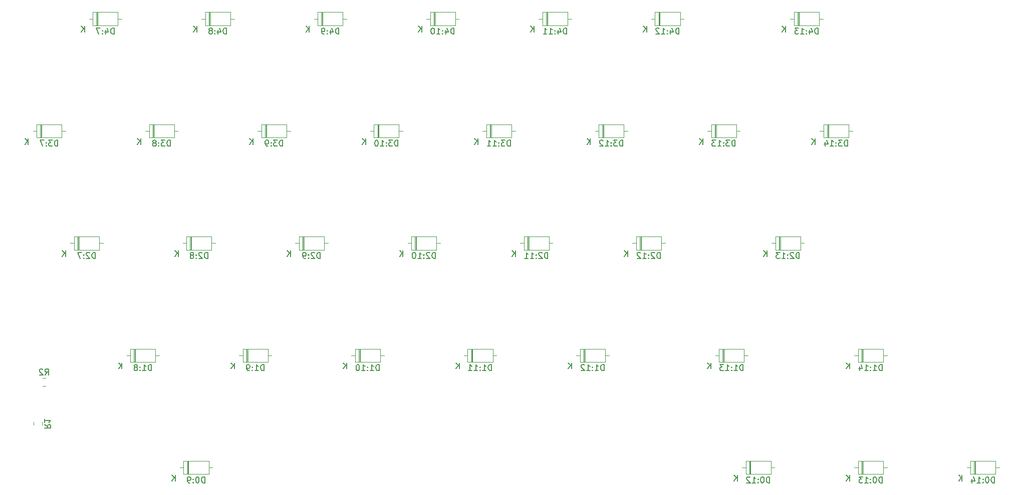
<source format=gbr>
G04 #@! TF.GenerationSoftware,KiCad,Pcbnew,(5.1.4-0-10_14)*
G04 #@! TF.CreationDate,2019-10-23T14:13:54-04:00*
G04 #@! TF.ProjectId,NomadRight,4e6f6d61-6452-4696-9768-742e6b696361,rev?*
G04 #@! TF.SameCoordinates,Original*
G04 #@! TF.FileFunction,Legend,Bot*
G04 #@! TF.FilePolarity,Positive*
%FSLAX46Y46*%
G04 Gerber Fmt 4.6, Leading zero omitted, Abs format (unit mm)*
G04 Created by KiCad (PCBNEW (5.1.4-0-10_14)) date 2019-10-23 14:13:54*
%MOMM*%
%LPD*%
G04 APERTURE LIST*
%ADD10C,0.120000*%
%ADD11C,0.150000*%
G04 APERTURE END LIST*
D10*
X40471252Y-103020000D02*
X39948748Y-103020000D01*
X40471252Y-101600000D02*
X39948748Y-101600000D01*
X38420000Y-109641252D02*
X38420000Y-109118748D01*
X39840000Y-109641252D02*
X39840000Y-109118748D01*
X167560000Y-41930000D02*
X167560000Y-39690000D01*
X167800000Y-41930000D02*
X167800000Y-39690000D01*
X167680000Y-41930000D02*
X167680000Y-39690000D01*
X171850000Y-40810000D02*
X171200000Y-40810000D01*
X166310000Y-40810000D02*
X166960000Y-40810000D01*
X171200000Y-41930000D02*
X166960000Y-41930000D01*
X171200000Y-39690000D02*
X171200000Y-41930000D01*
X166960000Y-39690000D02*
X171200000Y-39690000D01*
X166960000Y-41930000D02*
X166960000Y-39690000D01*
X144060000Y-41930000D02*
X144060000Y-39690000D01*
X144300000Y-41930000D02*
X144300000Y-39690000D01*
X144180000Y-41930000D02*
X144180000Y-39690000D01*
X148350000Y-40810000D02*
X147700000Y-40810000D01*
X142810000Y-40810000D02*
X143460000Y-40810000D01*
X147700000Y-41930000D02*
X143460000Y-41930000D01*
X147700000Y-39690000D02*
X147700000Y-41930000D01*
X143460000Y-39690000D02*
X147700000Y-39690000D01*
X143460000Y-41930000D02*
X143460000Y-39690000D01*
X125060000Y-41930000D02*
X125060000Y-39690000D01*
X125300000Y-41930000D02*
X125300000Y-39690000D01*
X125180000Y-41930000D02*
X125180000Y-39690000D01*
X129350000Y-40810000D02*
X128700000Y-40810000D01*
X123810000Y-40810000D02*
X124460000Y-40810000D01*
X128700000Y-41930000D02*
X124460000Y-41930000D01*
X128700000Y-39690000D02*
X128700000Y-41930000D01*
X124460000Y-39690000D02*
X128700000Y-39690000D01*
X124460000Y-41930000D02*
X124460000Y-39690000D01*
X106060000Y-41930000D02*
X106060000Y-39690000D01*
X106300000Y-41930000D02*
X106300000Y-39690000D01*
X106180000Y-41930000D02*
X106180000Y-39690000D01*
X110350000Y-40810000D02*
X109700000Y-40810000D01*
X104810000Y-40810000D02*
X105460000Y-40810000D01*
X109700000Y-41930000D02*
X105460000Y-41930000D01*
X109700000Y-39690000D02*
X109700000Y-41930000D01*
X105460000Y-39690000D02*
X109700000Y-39690000D01*
X105460000Y-41930000D02*
X105460000Y-39690000D01*
X87060000Y-41930000D02*
X87060000Y-39690000D01*
X87300000Y-41930000D02*
X87300000Y-39690000D01*
X87180000Y-41930000D02*
X87180000Y-39690000D01*
X91350000Y-40810000D02*
X90700000Y-40810000D01*
X85810000Y-40810000D02*
X86460000Y-40810000D01*
X90700000Y-41930000D02*
X86460000Y-41930000D01*
X90700000Y-39690000D02*
X90700000Y-41930000D01*
X86460000Y-39690000D02*
X90700000Y-39690000D01*
X86460000Y-41930000D02*
X86460000Y-39690000D01*
X68060000Y-41930000D02*
X68060000Y-39690000D01*
X68300000Y-41930000D02*
X68300000Y-39690000D01*
X68180000Y-41930000D02*
X68180000Y-39690000D01*
X72350000Y-40810000D02*
X71700000Y-40810000D01*
X66810000Y-40810000D02*
X67460000Y-40810000D01*
X71700000Y-41930000D02*
X67460000Y-41930000D01*
X71700000Y-39690000D02*
X71700000Y-41930000D01*
X67460000Y-39690000D02*
X71700000Y-39690000D01*
X67460000Y-41930000D02*
X67460000Y-39690000D01*
X49060000Y-41930000D02*
X49060000Y-39690000D01*
X49300000Y-41930000D02*
X49300000Y-39690000D01*
X49180000Y-41930000D02*
X49180000Y-39690000D01*
X53350000Y-40810000D02*
X52700000Y-40810000D01*
X47810000Y-40810000D02*
X48460000Y-40810000D01*
X52700000Y-41930000D02*
X48460000Y-41930000D01*
X52700000Y-39690000D02*
X52700000Y-41930000D01*
X48460000Y-39690000D02*
X52700000Y-39690000D01*
X48460000Y-41930000D02*
X48460000Y-39690000D01*
X172560000Y-60930000D02*
X172560000Y-58690000D01*
X172800000Y-60930000D02*
X172800000Y-58690000D01*
X172680000Y-60930000D02*
X172680000Y-58690000D01*
X176850000Y-59810000D02*
X176200000Y-59810000D01*
X171310000Y-59810000D02*
X171960000Y-59810000D01*
X176200000Y-60930000D02*
X171960000Y-60930000D01*
X176200000Y-58690000D02*
X176200000Y-60930000D01*
X171960000Y-58690000D02*
X176200000Y-58690000D01*
X171960000Y-60930000D02*
X171960000Y-58690000D01*
X153560000Y-60930000D02*
X153560000Y-58690000D01*
X153800000Y-60930000D02*
X153800000Y-58690000D01*
X153680000Y-60930000D02*
X153680000Y-58690000D01*
X157850000Y-59810000D02*
X157200000Y-59810000D01*
X152310000Y-59810000D02*
X152960000Y-59810000D01*
X157200000Y-60930000D02*
X152960000Y-60930000D01*
X157200000Y-58690000D02*
X157200000Y-60930000D01*
X152960000Y-58690000D02*
X157200000Y-58690000D01*
X152960000Y-60930000D02*
X152960000Y-58690000D01*
X134560000Y-60930000D02*
X134560000Y-58690000D01*
X134800000Y-60930000D02*
X134800000Y-58690000D01*
X134680000Y-60930000D02*
X134680000Y-58690000D01*
X138850000Y-59810000D02*
X138200000Y-59810000D01*
X133310000Y-59810000D02*
X133960000Y-59810000D01*
X138200000Y-60930000D02*
X133960000Y-60930000D01*
X138200000Y-58690000D02*
X138200000Y-60930000D01*
X133960000Y-58690000D02*
X138200000Y-58690000D01*
X133960000Y-60930000D02*
X133960000Y-58690000D01*
X115560000Y-60930000D02*
X115560000Y-58690000D01*
X115800000Y-60930000D02*
X115800000Y-58690000D01*
X115680000Y-60930000D02*
X115680000Y-58690000D01*
X119850000Y-59810000D02*
X119200000Y-59810000D01*
X114310000Y-59810000D02*
X114960000Y-59810000D01*
X119200000Y-60930000D02*
X114960000Y-60930000D01*
X119200000Y-58690000D02*
X119200000Y-60930000D01*
X114960000Y-58690000D02*
X119200000Y-58690000D01*
X114960000Y-60930000D02*
X114960000Y-58690000D01*
X96560000Y-60930000D02*
X96560000Y-58690000D01*
X96800000Y-60930000D02*
X96800000Y-58690000D01*
X96680000Y-60930000D02*
X96680000Y-58690000D01*
X100850000Y-59810000D02*
X100200000Y-59810000D01*
X95310000Y-59810000D02*
X95960000Y-59810000D01*
X100200000Y-60930000D02*
X95960000Y-60930000D01*
X100200000Y-58690000D02*
X100200000Y-60930000D01*
X95960000Y-58690000D02*
X100200000Y-58690000D01*
X95960000Y-60930000D02*
X95960000Y-58690000D01*
X77560000Y-60930000D02*
X77560000Y-58690000D01*
X77800000Y-60930000D02*
X77800000Y-58690000D01*
X77680000Y-60930000D02*
X77680000Y-58690000D01*
X81850000Y-59810000D02*
X81200000Y-59810000D01*
X76310000Y-59810000D02*
X76960000Y-59810000D01*
X81200000Y-60930000D02*
X76960000Y-60930000D01*
X81200000Y-58690000D02*
X81200000Y-60930000D01*
X76960000Y-58690000D02*
X81200000Y-58690000D01*
X76960000Y-60930000D02*
X76960000Y-58690000D01*
X58560000Y-60930000D02*
X58560000Y-58690000D01*
X58800000Y-60930000D02*
X58800000Y-58690000D01*
X58680000Y-60930000D02*
X58680000Y-58690000D01*
X62850000Y-59810000D02*
X62200000Y-59810000D01*
X57310000Y-59810000D02*
X57960000Y-59810000D01*
X62200000Y-60930000D02*
X57960000Y-60930000D01*
X62200000Y-58690000D02*
X62200000Y-60930000D01*
X57960000Y-58690000D02*
X62200000Y-58690000D01*
X57960000Y-60930000D02*
X57960000Y-58690000D01*
X39560000Y-60930000D02*
X39560000Y-58690000D01*
X39800000Y-60930000D02*
X39800000Y-58690000D01*
X39680000Y-60930000D02*
X39680000Y-58690000D01*
X43850000Y-59810000D02*
X43200000Y-59810000D01*
X38310000Y-59810000D02*
X38960000Y-59810000D01*
X43200000Y-60930000D02*
X38960000Y-60930000D01*
X43200000Y-58690000D02*
X43200000Y-60930000D01*
X38960000Y-58690000D02*
X43200000Y-58690000D01*
X38960000Y-60930000D02*
X38960000Y-58690000D01*
X164393333Y-79930000D02*
X164393333Y-77690000D01*
X164633333Y-79930000D02*
X164633333Y-77690000D01*
X164513333Y-79930000D02*
X164513333Y-77690000D01*
X168683333Y-78810000D02*
X168033333Y-78810000D01*
X163143333Y-78810000D02*
X163793333Y-78810000D01*
X168033333Y-79930000D02*
X163793333Y-79930000D01*
X168033333Y-77690000D02*
X168033333Y-79930000D01*
X163793333Y-77690000D02*
X168033333Y-77690000D01*
X163793333Y-79930000D02*
X163793333Y-77690000D01*
X140893333Y-79930000D02*
X140893333Y-77690000D01*
X141133333Y-79930000D02*
X141133333Y-77690000D01*
X141013333Y-79930000D02*
X141013333Y-77690000D01*
X145183333Y-78810000D02*
X144533333Y-78810000D01*
X139643333Y-78810000D02*
X140293333Y-78810000D01*
X144533333Y-79930000D02*
X140293333Y-79930000D01*
X144533333Y-77690000D02*
X144533333Y-79930000D01*
X140293333Y-77690000D02*
X144533333Y-77690000D01*
X140293333Y-79930000D02*
X140293333Y-77690000D01*
X121893333Y-79930000D02*
X121893333Y-77690000D01*
X122133333Y-79930000D02*
X122133333Y-77690000D01*
X122013333Y-79930000D02*
X122013333Y-77690000D01*
X126183333Y-78810000D02*
X125533333Y-78810000D01*
X120643333Y-78810000D02*
X121293333Y-78810000D01*
X125533333Y-79930000D02*
X121293333Y-79930000D01*
X125533333Y-77690000D02*
X125533333Y-79930000D01*
X121293333Y-77690000D02*
X125533333Y-77690000D01*
X121293333Y-79930000D02*
X121293333Y-77690000D01*
X102893333Y-79930000D02*
X102893333Y-77690000D01*
X103133333Y-79930000D02*
X103133333Y-77690000D01*
X103013333Y-79930000D02*
X103013333Y-77690000D01*
X107183333Y-78810000D02*
X106533333Y-78810000D01*
X101643333Y-78810000D02*
X102293333Y-78810000D01*
X106533333Y-79930000D02*
X102293333Y-79930000D01*
X106533333Y-77690000D02*
X106533333Y-79930000D01*
X102293333Y-77690000D02*
X106533333Y-77690000D01*
X102293333Y-79930000D02*
X102293333Y-77690000D01*
X83893333Y-79930000D02*
X83893333Y-77690000D01*
X84133333Y-79930000D02*
X84133333Y-77690000D01*
X84013333Y-79930000D02*
X84013333Y-77690000D01*
X88183333Y-78810000D02*
X87533333Y-78810000D01*
X82643333Y-78810000D02*
X83293333Y-78810000D01*
X87533333Y-79930000D02*
X83293333Y-79930000D01*
X87533333Y-77690000D02*
X87533333Y-79930000D01*
X83293333Y-77690000D02*
X87533333Y-77690000D01*
X83293333Y-79930000D02*
X83293333Y-77690000D01*
X64893333Y-79930000D02*
X64893333Y-77690000D01*
X65133333Y-79930000D02*
X65133333Y-77690000D01*
X65013333Y-79930000D02*
X65013333Y-77690000D01*
X69183333Y-78810000D02*
X68533333Y-78810000D01*
X63643333Y-78810000D02*
X64293333Y-78810000D01*
X68533333Y-79930000D02*
X64293333Y-79930000D01*
X68533333Y-77690000D02*
X68533333Y-79930000D01*
X64293333Y-77690000D02*
X68533333Y-77690000D01*
X64293333Y-79930000D02*
X64293333Y-77690000D01*
X45893333Y-79930000D02*
X45893333Y-77690000D01*
X46133333Y-79930000D02*
X46133333Y-77690000D01*
X46013333Y-79930000D02*
X46013333Y-77690000D01*
X50183333Y-78810000D02*
X49533333Y-78810000D01*
X44643333Y-78810000D02*
X45293333Y-78810000D01*
X49533333Y-79930000D02*
X45293333Y-79930000D01*
X49533333Y-77690000D02*
X49533333Y-79930000D01*
X45293333Y-77690000D02*
X49533333Y-77690000D01*
X45293333Y-79930000D02*
X45293333Y-77690000D01*
X178393333Y-98930000D02*
X178393333Y-96690000D01*
X178633333Y-98930000D02*
X178633333Y-96690000D01*
X178513333Y-98930000D02*
X178513333Y-96690000D01*
X182683333Y-97810000D02*
X182033333Y-97810000D01*
X177143333Y-97810000D02*
X177793333Y-97810000D01*
X182033333Y-98930000D02*
X177793333Y-98930000D01*
X182033333Y-96690000D02*
X182033333Y-98930000D01*
X177793333Y-96690000D02*
X182033333Y-96690000D01*
X177793333Y-98930000D02*
X177793333Y-96690000D01*
X154893333Y-98930000D02*
X154893333Y-96690000D01*
X155133333Y-98930000D02*
X155133333Y-96690000D01*
X155013333Y-98930000D02*
X155013333Y-96690000D01*
X159183333Y-97810000D02*
X158533333Y-97810000D01*
X153643333Y-97810000D02*
X154293333Y-97810000D01*
X158533333Y-98930000D02*
X154293333Y-98930000D01*
X158533333Y-96690000D02*
X158533333Y-98930000D01*
X154293333Y-96690000D02*
X158533333Y-96690000D01*
X154293333Y-98930000D02*
X154293333Y-96690000D01*
X131393333Y-98930000D02*
X131393333Y-96690000D01*
X131633333Y-98930000D02*
X131633333Y-96690000D01*
X131513333Y-98930000D02*
X131513333Y-96690000D01*
X135683333Y-97810000D02*
X135033333Y-97810000D01*
X130143333Y-97810000D02*
X130793333Y-97810000D01*
X135033333Y-98930000D02*
X130793333Y-98930000D01*
X135033333Y-96690000D02*
X135033333Y-98930000D01*
X130793333Y-96690000D02*
X135033333Y-96690000D01*
X130793333Y-98930000D02*
X130793333Y-96690000D01*
X112393333Y-98930000D02*
X112393333Y-96690000D01*
X112633333Y-98930000D02*
X112633333Y-96690000D01*
X112513333Y-98930000D02*
X112513333Y-96690000D01*
X116683333Y-97810000D02*
X116033333Y-97810000D01*
X111143333Y-97810000D02*
X111793333Y-97810000D01*
X116033333Y-98930000D02*
X111793333Y-98930000D01*
X116033333Y-96690000D02*
X116033333Y-98930000D01*
X111793333Y-96690000D02*
X116033333Y-96690000D01*
X111793333Y-98930000D02*
X111793333Y-96690000D01*
X93393333Y-98930000D02*
X93393333Y-96690000D01*
X93633333Y-98930000D02*
X93633333Y-96690000D01*
X93513333Y-98930000D02*
X93513333Y-96690000D01*
X97683333Y-97810000D02*
X97033333Y-97810000D01*
X92143333Y-97810000D02*
X92793333Y-97810000D01*
X97033333Y-98930000D02*
X92793333Y-98930000D01*
X97033333Y-96690000D02*
X97033333Y-98930000D01*
X92793333Y-96690000D02*
X97033333Y-96690000D01*
X92793333Y-98930000D02*
X92793333Y-96690000D01*
X74393333Y-98930000D02*
X74393333Y-96690000D01*
X74633333Y-98930000D02*
X74633333Y-96690000D01*
X74513333Y-98930000D02*
X74513333Y-96690000D01*
X78683333Y-97810000D02*
X78033333Y-97810000D01*
X73143333Y-97810000D02*
X73793333Y-97810000D01*
X78033333Y-98930000D02*
X73793333Y-98930000D01*
X78033333Y-96690000D02*
X78033333Y-98930000D01*
X73793333Y-96690000D02*
X78033333Y-96690000D01*
X73793333Y-98930000D02*
X73793333Y-96690000D01*
X55393333Y-98930000D02*
X55393333Y-96690000D01*
X55633333Y-98930000D02*
X55633333Y-96690000D01*
X55513333Y-98930000D02*
X55513333Y-96690000D01*
X59683333Y-97810000D02*
X59033333Y-97810000D01*
X54143333Y-97810000D02*
X54793333Y-97810000D01*
X59033333Y-98930000D02*
X54793333Y-98930000D01*
X59033333Y-96690000D02*
X59033333Y-98930000D01*
X54793333Y-96690000D02*
X59033333Y-96690000D01*
X54793333Y-98930000D02*
X54793333Y-96690000D01*
X197393333Y-117930000D02*
X197393333Y-115690000D01*
X197633333Y-117930000D02*
X197633333Y-115690000D01*
X197513333Y-117930000D02*
X197513333Y-115690000D01*
X201683333Y-116810000D02*
X201033333Y-116810000D01*
X196143333Y-116810000D02*
X196793333Y-116810000D01*
X201033333Y-117930000D02*
X196793333Y-117930000D01*
X201033333Y-115690000D02*
X201033333Y-117930000D01*
X196793333Y-115690000D02*
X201033333Y-115690000D01*
X196793333Y-117930000D02*
X196793333Y-115690000D01*
X178393333Y-117930000D02*
X178393333Y-115690000D01*
X178633333Y-117930000D02*
X178633333Y-115690000D01*
X178513333Y-117930000D02*
X178513333Y-115690000D01*
X182683333Y-116810000D02*
X182033333Y-116810000D01*
X177143333Y-116810000D02*
X177793333Y-116810000D01*
X182033333Y-117930000D02*
X177793333Y-117930000D01*
X182033333Y-115690000D02*
X182033333Y-117930000D01*
X177793333Y-115690000D02*
X182033333Y-115690000D01*
X177793333Y-117930000D02*
X177793333Y-115690000D01*
X159393333Y-117930000D02*
X159393333Y-115690000D01*
X159633333Y-117930000D02*
X159633333Y-115690000D01*
X159513333Y-117930000D02*
X159513333Y-115690000D01*
X163683333Y-116810000D02*
X163033333Y-116810000D01*
X158143333Y-116810000D02*
X158793333Y-116810000D01*
X163033333Y-117930000D02*
X158793333Y-117930000D01*
X163033333Y-115690000D02*
X163033333Y-117930000D01*
X158793333Y-115690000D02*
X163033333Y-115690000D01*
X158793333Y-117930000D02*
X158793333Y-115690000D01*
X64393333Y-117930000D02*
X64393333Y-115690000D01*
X64633333Y-117930000D02*
X64633333Y-115690000D01*
X64513333Y-117930000D02*
X64513333Y-115690000D01*
X68683333Y-116810000D02*
X68033333Y-116810000D01*
X63143333Y-116810000D02*
X63793333Y-116810000D01*
X68033333Y-117930000D02*
X63793333Y-117930000D01*
X68033333Y-115690000D02*
X68033333Y-117930000D01*
X63793333Y-115690000D02*
X68033333Y-115690000D01*
X63793333Y-117930000D02*
X63793333Y-115690000D01*
D11*
X40376666Y-101112380D02*
X40710000Y-100636190D01*
X40948095Y-101112380D02*
X40948095Y-100112380D01*
X40567142Y-100112380D01*
X40471904Y-100160000D01*
X40424285Y-100207619D01*
X40376666Y-100302857D01*
X40376666Y-100445714D01*
X40424285Y-100540952D01*
X40471904Y-100588571D01*
X40567142Y-100636190D01*
X40948095Y-100636190D01*
X39995714Y-100207619D02*
X39948095Y-100160000D01*
X39852857Y-100112380D01*
X39614761Y-100112380D01*
X39519523Y-100160000D01*
X39471904Y-100207619D01*
X39424285Y-100302857D01*
X39424285Y-100398095D01*
X39471904Y-100540952D01*
X40043333Y-101112380D01*
X39424285Y-101112380D01*
X40327619Y-109546666D02*
X40803809Y-109880000D01*
X40327619Y-110118095D02*
X41327619Y-110118095D01*
X41327619Y-109737142D01*
X41280000Y-109641904D01*
X41232380Y-109594285D01*
X41137142Y-109546666D01*
X40994285Y-109546666D01*
X40899047Y-109594285D01*
X40851428Y-109641904D01*
X40803809Y-109737142D01*
X40803809Y-110118095D01*
X40327619Y-108594285D02*
X40327619Y-109165714D01*
X40327619Y-108880000D02*
X41327619Y-108880000D01*
X41184761Y-108975238D01*
X41089523Y-109070476D01*
X41041904Y-109165714D01*
X171008571Y-43382380D02*
X171008571Y-42382380D01*
X170770476Y-42382380D01*
X170627619Y-42430000D01*
X170532380Y-42525238D01*
X170484761Y-42620476D01*
X170437142Y-42810952D01*
X170437142Y-42953809D01*
X170484761Y-43144285D01*
X170532380Y-43239523D01*
X170627619Y-43334761D01*
X170770476Y-43382380D01*
X171008571Y-43382380D01*
X169580000Y-42715714D02*
X169580000Y-43382380D01*
X169818095Y-42334761D02*
X170056190Y-43049047D01*
X169437142Y-43049047D01*
X169056190Y-43287142D02*
X169008571Y-43334761D01*
X169056190Y-43382380D01*
X169103809Y-43334761D01*
X169056190Y-43287142D01*
X169056190Y-43382380D01*
X169056190Y-42763333D02*
X169008571Y-42810952D01*
X169056190Y-42858571D01*
X169103809Y-42810952D01*
X169056190Y-42763333D01*
X169056190Y-42858571D01*
X168056190Y-43382380D02*
X168627619Y-43382380D01*
X168341904Y-43382380D02*
X168341904Y-42382380D01*
X168437142Y-42525238D01*
X168532380Y-42620476D01*
X168627619Y-42668095D01*
X167722857Y-42382380D02*
X167103809Y-42382380D01*
X167437142Y-42763333D01*
X167294285Y-42763333D01*
X167199047Y-42810952D01*
X167151428Y-42858571D01*
X167103809Y-42953809D01*
X167103809Y-43191904D01*
X167151428Y-43287142D01*
X167199047Y-43334761D01*
X167294285Y-43382380D01*
X167580000Y-43382380D01*
X167675238Y-43334761D01*
X167722857Y-43287142D01*
X165531904Y-43062380D02*
X165531904Y-42062380D01*
X164960476Y-43062380D02*
X165389047Y-42490952D01*
X164960476Y-42062380D02*
X165531904Y-42633809D01*
X147508571Y-43382380D02*
X147508571Y-42382380D01*
X147270476Y-42382380D01*
X147127619Y-42430000D01*
X147032380Y-42525238D01*
X146984761Y-42620476D01*
X146937142Y-42810952D01*
X146937142Y-42953809D01*
X146984761Y-43144285D01*
X147032380Y-43239523D01*
X147127619Y-43334761D01*
X147270476Y-43382380D01*
X147508571Y-43382380D01*
X146080000Y-42715714D02*
X146080000Y-43382380D01*
X146318095Y-42334761D02*
X146556190Y-43049047D01*
X145937142Y-43049047D01*
X145556190Y-43287142D02*
X145508571Y-43334761D01*
X145556190Y-43382380D01*
X145603809Y-43334761D01*
X145556190Y-43287142D01*
X145556190Y-43382380D01*
X145556190Y-42763333D02*
X145508571Y-42810952D01*
X145556190Y-42858571D01*
X145603809Y-42810952D01*
X145556190Y-42763333D01*
X145556190Y-42858571D01*
X144556190Y-43382380D02*
X145127619Y-43382380D01*
X144841904Y-43382380D02*
X144841904Y-42382380D01*
X144937142Y-42525238D01*
X145032380Y-42620476D01*
X145127619Y-42668095D01*
X144175238Y-42477619D02*
X144127619Y-42430000D01*
X144032380Y-42382380D01*
X143794285Y-42382380D01*
X143699047Y-42430000D01*
X143651428Y-42477619D01*
X143603809Y-42572857D01*
X143603809Y-42668095D01*
X143651428Y-42810952D01*
X144222857Y-43382380D01*
X143603809Y-43382380D01*
X142031904Y-43062380D02*
X142031904Y-42062380D01*
X141460476Y-43062380D02*
X141889047Y-42490952D01*
X141460476Y-42062380D02*
X142031904Y-42633809D01*
X128508571Y-43382380D02*
X128508571Y-42382380D01*
X128270476Y-42382380D01*
X128127619Y-42430000D01*
X128032380Y-42525238D01*
X127984761Y-42620476D01*
X127937142Y-42810952D01*
X127937142Y-42953809D01*
X127984761Y-43144285D01*
X128032380Y-43239523D01*
X128127619Y-43334761D01*
X128270476Y-43382380D01*
X128508571Y-43382380D01*
X127080000Y-42715714D02*
X127080000Y-43382380D01*
X127318095Y-42334761D02*
X127556190Y-43049047D01*
X126937142Y-43049047D01*
X126556190Y-43287142D02*
X126508571Y-43334761D01*
X126556190Y-43382380D01*
X126603809Y-43334761D01*
X126556190Y-43287142D01*
X126556190Y-43382380D01*
X126556190Y-42763333D02*
X126508571Y-42810952D01*
X126556190Y-42858571D01*
X126603809Y-42810952D01*
X126556190Y-42763333D01*
X126556190Y-42858571D01*
X125556190Y-43382380D02*
X126127619Y-43382380D01*
X125841904Y-43382380D02*
X125841904Y-42382380D01*
X125937142Y-42525238D01*
X126032380Y-42620476D01*
X126127619Y-42668095D01*
X124603809Y-43382380D02*
X125175238Y-43382380D01*
X124889523Y-43382380D02*
X124889523Y-42382380D01*
X124984761Y-42525238D01*
X125080000Y-42620476D01*
X125175238Y-42668095D01*
X123031904Y-43062380D02*
X123031904Y-42062380D01*
X122460476Y-43062380D02*
X122889047Y-42490952D01*
X122460476Y-42062380D02*
X123031904Y-42633809D01*
X109508571Y-43382380D02*
X109508571Y-42382380D01*
X109270476Y-42382380D01*
X109127619Y-42430000D01*
X109032380Y-42525238D01*
X108984761Y-42620476D01*
X108937142Y-42810952D01*
X108937142Y-42953809D01*
X108984761Y-43144285D01*
X109032380Y-43239523D01*
X109127619Y-43334761D01*
X109270476Y-43382380D01*
X109508571Y-43382380D01*
X108080000Y-42715714D02*
X108080000Y-43382380D01*
X108318095Y-42334761D02*
X108556190Y-43049047D01*
X107937142Y-43049047D01*
X107556190Y-43287142D02*
X107508571Y-43334761D01*
X107556190Y-43382380D01*
X107603809Y-43334761D01*
X107556190Y-43287142D01*
X107556190Y-43382380D01*
X107556190Y-42763333D02*
X107508571Y-42810952D01*
X107556190Y-42858571D01*
X107603809Y-42810952D01*
X107556190Y-42763333D01*
X107556190Y-42858571D01*
X106556190Y-43382380D02*
X107127619Y-43382380D01*
X106841904Y-43382380D02*
X106841904Y-42382380D01*
X106937142Y-42525238D01*
X107032380Y-42620476D01*
X107127619Y-42668095D01*
X105937142Y-42382380D02*
X105841904Y-42382380D01*
X105746666Y-42430000D01*
X105699047Y-42477619D01*
X105651428Y-42572857D01*
X105603809Y-42763333D01*
X105603809Y-43001428D01*
X105651428Y-43191904D01*
X105699047Y-43287142D01*
X105746666Y-43334761D01*
X105841904Y-43382380D01*
X105937142Y-43382380D01*
X106032380Y-43334761D01*
X106080000Y-43287142D01*
X106127619Y-43191904D01*
X106175238Y-43001428D01*
X106175238Y-42763333D01*
X106127619Y-42572857D01*
X106080000Y-42477619D01*
X106032380Y-42430000D01*
X105937142Y-42382380D01*
X104031904Y-43062380D02*
X104031904Y-42062380D01*
X103460476Y-43062380D02*
X103889047Y-42490952D01*
X103460476Y-42062380D02*
X104031904Y-42633809D01*
X90032380Y-43382380D02*
X90032380Y-42382380D01*
X89794285Y-42382380D01*
X89651428Y-42430000D01*
X89556190Y-42525238D01*
X89508571Y-42620476D01*
X89460952Y-42810952D01*
X89460952Y-42953809D01*
X89508571Y-43144285D01*
X89556190Y-43239523D01*
X89651428Y-43334761D01*
X89794285Y-43382380D01*
X90032380Y-43382380D01*
X88603809Y-42715714D02*
X88603809Y-43382380D01*
X88841904Y-42334761D02*
X89080000Y-43049047D01*
X88460952Y-43049047D01*
X88080000Y-43287142D02*
X88032380Y-43334761D01*
X88080000Y-43382380D01*
X88127619Y-43334761D01*
X88080000Y-43287142D01*
X88080000Y-43382380D01*
X88080000Y-42763333D02*
X88032380Y-42810952D01*
X88080000Y-42858571D01*
X88127619Y-42810952D01*
X88080000Y-42763333D01*
X88080000Y-42858571D01*
X87556190Y-43382380D02*
X87365714Y-43382380D01*
X87270476Y-43334761D01*
X87222857Y-43287142D01*
X87127619Y-43144285D01*
X87080000Y-42953809D01*
X87080000Y-42572857D01*
X87127619Y-42477619D01*
X87175238Y-42430000D01*
X87270476Y-42382380D01*
X87460952Y-42382380D01*
X87556190Y-42430000D01*
X87603809Y-42477619D01*
X87651428Y-42572857D01*
X87651428Y-42810952D01*
X87603809Y-42906190D01*
X87556190Y-42953809D01*
X87460952Y-43001428D01*
X87270476Y-43001428D01*
X87175238Y-42953809D01*
X87127619Y-42906190D01*
X87080000Y-42810952D01*
X85031904Y-43062380D02*
X85031904Y-42062380D01*
X84460476Y-43062380D02*
X84889047Y-42490952D01*
X84460476Y-42062380D02*
X85031904Y-42633809D01*
X71032380Y-43382380D02*
X71032380Y-42382380D01*
X70794285Y-42382380D01*
X70651428Y-42430000D01*
X70556190Y-42525238D01*
X70508571Y-42620476D01*
X70460952Y-42810952D01*
X70460952Y-42953809D01*
X70508571Y-43144285D01*
X70556190Y-43239523D01*
X70651428Y-43334761D01*
X70794285Y-43382380D01*
X71032380Y-43382380D01*
X69603809Y-42715714D02*
X69603809Y-43382380D01*
X69841904Y-42334761D02*
X70080000Y-43049047D01*
X69460952Y-43049047D01*
X69080000Y-43287142D02*
X69032380Y-43334761D01*
X69080000Y-43382380D01*
X69127619Y-43334761D01*
X69080000Y-43287142D01*
X69080000Y-43382380D01*
X69080000Y-42763333D02*
X69032380Y-42810952D01*
X69080000Y-42858571D01*
X69127619Y-42810952D01*
X69080000Y-42763333D01*
X69080000Y-42858571D01*
X68460952Y-42810952D02*
X68556190Y-42763333D01*
X68603809Y-42715714D01*
X68651428Y-42620476D01*
X68651428Y-42572857D01*
X68603809Y-42477619D01*
X68556190Y-42430000D01*
X68460952Y-42382380D01*
X68270476Y-42382380D01*
X68175238Y-42430000D01*
X68127619Y-42477619D01*
X68080000Y-42572857D01*
X68080000Y-42620476D01*
X68127619Y-42715714D01*
X68175238Y-42763333D01*
X68270476Y-42810952D01*
X68460952Y-42810952D01*
X68556190Y-42858571D01*
X68603809Y-42906190D01*
X68651428Y-43001428D01*
X68651428Y-43191904D01*
X68603809Y-43287142D01*
X68556190Y-43334761D01*
X68460952Y-43382380D01*
X68270476Y-43382380D01*
X68175238Y-43334761D01*
X68127619Y-43287142D01*
X68080000Y-43191904D01*
X68080000Y-43001428D01*
X68127619Y-42906190D01*
X68175238Y-42858571D01*
X68270476Y-42810952D01*
X66031904Y-43062380D02*
X66031904Y-42062380D01*
X65460476Y-43062380D02*
X65889047Y-42490952D01*
X65460476Y-42062380D02*
X66031904Y-42633809D01*
X52032380Y-43382380D02*
X52032380Y-42382380D01*
X51794285Y-42382380D01*
X51651428Y-42430000D01*
X51556190Y-42525238D01*
X51508571Y-42620476D01*
X51460952Y-42810952D01*
X51460952Y-42953809D01*
X51508571Y-43144285D01*
X51556190Y-43239523D01*
X51651428Y-43334761D01*
X51794285Y-43382380D01*
X52032380Y-43382380D01*
X50603809Y-42715714D02*
X50603809Y-43382380D01*
X50841904Y-42334761D02*
X51080000Y-43049047D01*
X50460952Y-43049047D01*
X50079999Y-43287142D02*
X50032380Y-43334761D01*
X50079999Y-43382380D01*
X50127619Y-43334761D01*
X50079999Y-43287142D01*
X50079999Y-43382380D01*
X50079999Y-42763333D02*
X50032380Y-42810952D01*
X50079999Y-42858571D01*
X50127619Y-42810952D01*
X50079999Y-42763333D01*
X50079999Y-42858571D01*
X49699047Y-42382380D02*
X49032380Y-42382380D01*
X49460952Y-43382380D01*
X47031904Y-43062380D02*
X47031904Y-42062380D01*
X46460476Y-43062380D02*
X46889047Y-42490952D01*
X46460476Y-42062380D02*
X47031904Y-42633809D01*
X176008571Y-62382380D02*
X176008571Y-61382380D01*
X175770476Y-61382380D01*
X175627619Y-61430000D01*
X175532380Y-61525238D01*
X175484761Y-61620476D01*
X175437142Y-61810952D01*
X175437142Y-61953809D01*
X175484761Y-62144285D01*
X175532380Y-62239523D01*
X175627619Y-62334761D01*
X175770476Y-62382380D01*
X176008571Y-62382380D01*
X175103809Y-61382380D02*
X174484761Y-61382380D01*
X174818095Y-61763333D01*
X174675238Y-61763333D01*
X174580000Y-61810952D01*
X174532380Y-61858571D01*
X174484761Y-61953809D01*
X174484761Y-62191904D01*
X174532380Y-62287142D01*
X174580000Y-62334761D01*
X174675238Y-62382380D01*
X174960952Y-62382380D01*
X175056190Y-62334761D01*
X175103809Y-62287142D01*
X174056190Y-62287142D02*
X174008571Y-62334761D01*
X174056190Y-62382380D01*
X174103809Y-62334761D01*
X174056190Y-62287142D01*
X174056190Y-62382380D01*
X174056190Y-61763333D02*
X174008571Y-61810952D01*
X174056190Y-61858571D01*
X174103809Y-61810952D01*
X174056190Y-61763333D01*
X174056190Y-61858571D01*
X173056190Y-62382380D02*
X173627619Y-62382380D01*
X173341904Y-62382380D02*
X173341904Y-61382380D01*
X173437142Y-61525238D01*
X173532380Y-61620476D01*
X173627619Y-61668095D01*
X172199047Y-61715714D02*
X172199047Y-62382380D01*
X172437142Y-61334761D02*
X172675238Y-62049047D01*
X172056190Y-62049047D01*
X170531904Y-62062380D02*
X170531904Y-61062380D01*
X169960476Y-62062380D02*
X170389047Y-61490952D01*
X169960476Y-61062380D02*
X170531904Y-61633809D01*
X157008571Y-62382380D02*
X157008571Y-61382380D01*
X156770476Y-61382380D01*
X156627619Y-61430000D01*
X156532380Y-61525238D01*
X156484761Y-61620476D01*
X156437142Y-61810952D01*
X156437142Y-61953809D01*
X156484761Y-62144285D01*
X156532380Y-62239523D01*
X156627619Y-62334761D01*
X156770476Y-62382380D01*
X157008571Y-62382380D01*
X156103809Y-61382380D02*
X155484761Y-61382380D01*
X155818095Y-61763333D01*
X155675238Y-61763333D01*
X155580000Y-61810952D01*
X155532380Y-61858571D01*
X155484761Y-61953809D01*
X155484761Y-62191904D01*
X155532380Y-62287142D01*
X155580000Y-62334761D01*
X155675238Y-62382380D01*
X155960952Y-62382380D01*
X156056190Y-62334761D01*
X156103809Y-62287142D01*
X155056190Y-62287142D02*
X155008571Y-62334761D01*
X155056190Y-62382380D01*
X155103809Y-62334761D01*
X155056190Y-62287142D01*
X155056190Y-62382380D01*
X155056190Y-61763333D02*
X155008571Y-61810952D01*
X155056190Y-61858571D01*
X155103809Y-61810952D01*
X155056190Y-61763333D01*
X155056190Y-61858571D01*
X154056190Y-62382380D02*
X154627619Y-62382380D01*
X154341904Y-62382380D02*
X154341904Y-61382380D01*
X154437142Y-61525238D01*
X154532380Y-61620476D01*
X154627619Y-61668095D01*
X153722857Y-61382380D02*
X153103809Y-61382380D01*
X153437142Y-61763333D01*
X153294285Y-61763333D01*
X153199047Y-61810952D01*
X153151428Y-61858571D01*
X153103809Y-61953809D01*
X153103809Y-62191904D01*
X153151428Y-62287142D01*
X153199047Y-62334761D01*
X153294285Y-62382380D01*
X153580000Y-62382380D01*
X153675238Y-62334761D01*
X153722857Y-62287142D01*
X151531904Y-62062380D02*
X151531904Y-61062380D01*
X150960476Y-62062380D02*
X151389047Y-61490952D01*
X150960476Y-61062380D02*
X151531904Y-61633809D01*
X138008571Y-62382380D02*
X138008571Y-61382380D01*
X137770476Y-61382380D01*
X137627619Y-61430000D01*
X137532380Y-61525238D01*
X137484761Y-61620476D01*
X137437142Y-61810952D01*
X137437142Y-61953809D01*
X137484761Y-62144285D01*
X137532380Y-62239523D01*
X137627619Y-62334761D01*
X137770476Y-62382380D01*
X138008571Y-62382380D01*
X137103809Y-61382380D02*
X136484761Y-61382380D01*
X136818095Y-61763333D01*
X136675238Y-61763333D01*
X136580000Y-61810952D01*
X136532380Y-61858571D01*
X136484761Y-61953809D01*
X136484761Y-62191904D01*
X136532380Y-62287142D01*
X136580000Y-62334761D01*
X136675238Y-62382380D01*
X136960952Y-62382380D01*
X137056190Y-62334761D01*
X137103809Y-62287142D01*
X136056190Y-62287142D02*
X136008571Y-62334761D01*
X136056190Y-62382380D01*
X136103809Y-62334761D01*
X136056190Y-62287142D01*
X136056190Y-62382380D01*
X136056190Y-61763333D02*
X136008571Y-61810952D01*
X136056190Y-61858571D01*
X136103809Y-61810952D01*
X136056190Y-61763333D01*
X136056190Y-61858571D01*
X135056190Y-62382380D02*
X135627619Y-62382380D01*
X135341904Y-62382380D02*
X135341904Y-61382380D01*
X135437142Y-61525238D01*
X135532380Y-61620476D01*
X135627619Y-61668095D01*
X134675238Y-61477619D02*
X134627619Y-61430000D01*
X134532380Y-61382380D01*
X134294285Y-61382380D01*
X134199047Y-61430000D01*
X134151428Y-61477619D01*
X134103809Y-61572857D01*
X134103809Y-61668095D01*
X134151428Y-61810952D01*
X134722857Y-62382380D01*
X134103809Y-62382380D01*
X132531904Y-62062380D02*
X132531904Y-61062380D01*
X131960476Y-62062380D02*
X132389047Y-61490952D01*
X131960476Y-61062380D02*
X132531904Y-61633809D01*
X119008571Y-62382380D02*
X119008571Y-61382380D01*
X118770476Y-61382380D01*
X118627619Y-61430000D01*
X118532380Y-61525238D01*
X118484761Y-61620476D01*
X118437142Y-61810952D01*
X118437142Y-61953809D01*
X118484761Y-62144285D01*
X118532380Y-62239523D01*
X118627619Y-62334761D01*
X118770476Y-62382380D01*
X119008571Y-62382380D01*
X118103809Y-61382380D02*
X117484761Y-61382380D01*
X117818095Y-61763333D01*
X117675238Y-61763333D01*
X117580000Y-61810952D01*
X117532380Y-61858571D01*
X117484761Y-61953809D01*
X117484761Y-62191904D01*
X117532380Y-62287142D01*
X117580000Y-62334761D01*
X117675238Y-62382380D01*
X117960952Y-62382380D01*
X118056190Y-62334761D01*
X118103809Y-62287142D01*
X117056190Y-62287142D02*
X117008571Y-62334761D01*
X117056190Y-62382380D01*
X117103809Y-62334761D01*
X117056190Y-62287142D01*
X117056190Y-62382380D01*
X117056190Y-61763333D02*
X117008571Y-61810952D01*
X117056190Y-61858571D01*
X117103809Y-61810952D01*
X117056190Y-61763333D01*
X117056190Y-61858571D01*
X116056190Y-62382380D02*
X116627619Y-62382380D01*
X116341904Y-62382380D02*
X116341904Y-61382380D01*
X116437142Y-61525238D01*
X116532380Y-61620476D01*
X116627619Y-61668095D01*
X115103809Y-62382380D02*
X115675238Y-62382380D01*
X115389523Y-62382380D02*
X115389523Y-61382380D01*
X115484761Y-61525238D01*
X115580000Y-61620476D01*
X115675238Y-61668095D01*
X113531904Y-62062380D02*
X113531904Y-61062380D01*
X112960476Y-62062380D02*
X113389047Y-61490952D01*
X112960476Y-61062380D02*
X113531904Y-61633809D01*
X100008571Y-62382380D02*
X100008571Y-61382380D01*
X99770476Y-61382380D01*
X99627619Y-61430000D01*
X99532380Y-61525238D01*
X99484761Y-61620476D01*
X99437142Y-61810952D01*
X99437142Y-61953809D01*
X99484761Y-62144285D01*
X99532380Y-62239523D01*
X99627619Y-62334761D01*
X99770476Y-62382380D01*
X100008571Y-62382380D01*
X99103809Y-61382380D02*
X98484761Y-61382380D01*
X98818095Y-61763333D01*
X98675238Y-61763333D01*
X98580000Y-61810952D01*
X98532380Y-61858571D01*
X98484761Y-61953809D01*
X98484761Y-62191904D01*
X98532380Y-62287142D01*
X98580000Y-62334761D01*
X98675238Y-62382380D01*
X98960952Y-62382380D01*
X99056190Y-62334761D01*
X99103809Y-62287142D01*
X98056190Y-62287142D02*
X98008571Y-62334761D01*
X98056190Y-62382380D01*
X98103809Y-62334761D01*
X98056190Y-62287142D01*
X98056190Y-62382380D01*
X98056190Y-61763333D02*
X98008571Y-61810952D01*
X98056190Y-61858571D01*
X98103809Y-61810952D01*
X98056190Y-61763333D01*
X98056190Y-61858571D01*
X97056190Y-62382380D02*
X97627619Y-62382380D01*
X97341904Y-62382380D02*
X97341904Y-61382380D01*
X97437142Y-61525238D01*
X97532380Y-61620476D01*
X97627619Y-61668095D01*
X96437142Y-61382380D02*
X96341904Y-61382380D01*
X96246666Y-61430000D01*
X96199047Y-61477619D01*
X96151428Y-61572857D01*
X96103809Y-61763333D01*
X96103809Y-62001428D01*
X96151428Y-62191904D01*
X96199047Y-62287142D01*
X96246666Y-62334761D01*
X96341904Y-62382380D01*
X96437142Y-62382380D01*
X96532380Y-62334761D01*
X96580000Y-62287142D01*
X96627619Y-62191904D01*
X96675238Y-62001428D01*
X96675238Y-61763333D01*
X96627619Y-61572857D01*
X96580000Y-61477619D01*
X96532380Y-61430000D01*
X96437142Y-61382380D01*
X94531904Y-62062380D02*
X94531904Y-61062380D01*
X93960476Y-62062380D02*
X94389047Y-61490952D01*
X93960476Y-61062380D02*
X94531904Y-61633809D01*
X80532380Y-62382380D02*
X80532380Y-61382380D01*
X80294285Y-61382380D01*
X80151428Y-61430000D01*
X80056190Y-61525238D01*
X80008571Y-61620476D01*
X79960952Y-61810952D01*
X79960952Y-61953809D01*
X80008571Y-62144285D01*
X80056190Y-62239523D01*
X80151428Y-62334761D01*
X80294285Y-62382380D01*
X80532380Y-62382380D01*
X79627619Y-61382380D02*
X79008571Y-61382380D01*
X79341904Y-61763333D01*
X79199047Y-61763333D01*
X79103809Y-61810952D01*
X79056190Y-61858571D01*
X79008571Y-61953809D01*
X79008571Y-62191904D01*
X79056190Y-62287142D01*
X79103809Y-62334761D01*
X79199047Y-62382380D01*
X79484761Y-62382380D01*
X79580000Y-62334761D01*
X79627619Y-62287142D01*
X78580000Y-62287142D02*
X78532380Y-62334761D01*
X78580000Y-62382380D01*
X78627619Y-62334761D01*
X78580000Y-62287142D01*
X78580000Y-62382380D01*
X78580000Y-61763333D02*
X78532380Y-61810952D01*
X78580000Y-61858571D01*
X78627619Y-61810952D01*
X78580000Y-61763333D01*
X78580000Y-61858571D01*
X78056190Y-62382380D02*
X77865714Y-62382380D01*
X77770476Y-62334761D01*
X77722857Y-62287142D01*
X77627619Y-62144285D01*
X77580000Y-61953809D01*
X77580000Y-61572857D01*
X77627619Y-61477619D01*
X77675238Y-61430000D01*
X77770476Y-61382380D01*
X77960952Y-61382380D01*
X78056190Y-61430000D01*
X78103809Y-61477619D01*
X78151428Y-61572857D01*
X78151428Y-61810952D01*
X78103809Y-61906190D01*
X78056190Y-61953809D01*
X77960952Y-62001428D01*
X77770476Y-62001428D01*
X77675238Y-61953809D01*
X77627619Y-61906190D01*
X77580000Y-61810952D01*
X75531904Y-62062380D02*
X75531904Y-61062380D01*
X74960476Y-62062380D02*
X75389047Y-61490952D01*
X74960476Y-61062380D02*
X75531904Y-61633809D01*
X61532380Y-62382380D02*
X61532380Y-61382380D01*
X61294285Y-61382380D01*
X61151428Y-61430000D01*
X61056190Y-61525238D01*
X61008571Y-61620476D01*
X60960952Y-61810952D01*
X60960952Y-61953809D01*
X61008571Y-62144285D01*
X61056190Y-62239523D01*
X61151428Y-62334761D01*
X61294285Y-62382380D01*
X61532380Y-62382380D01*
X60627619Y-61382380D02*
X60008571Y-61382380D01*
X60341904Y-61763333D01*
X60199047Y-61763333D01*
X60103809Y-61810952D01*
X60056190Y-61858571D01*
X60008571Y-61953809D01*
X60008571Y-62191904D01*
X60056190Y-62287142D01*
X60103809Y-62334761D01*
X60199047Y-62382380D01*
X60484761Y-62382380D01*
X60580000Y-62334761D01*
X60627619Y-62287142D01*
X59579999Y-62287142D02*
X59532380Y-62334761D01*
X59579999Y-62382380D01*
X59627619Y-62334761D01*
X59579999Y-62287142D01*
X59579999Y-62382380D01*
X59579999Y-61763333D02*
X59532380Y-61810952D01*
X59579999Y-61858571D01*
X59627619Y-61810952D01*
X59579999Y-61763333D01*
X59579999Y-61858571D01*
X58960952Y-61810952D02*
X59056190Y-61763333D01*
X59103809Y-61715714D01*
X59151428Y-61620476D01*
X59151428Y-61572857D01*
X59103809Y-61477619D01*
X59056190Y-61430000D01*
X58960952Y-61382380D01*
X58770476Y-61382380D01*
X58675238Y-61430000D01*
X58627619Y-61477619D01*
X58579999Y-61572857D01*
X58579999Y-61620476D01*
X58627619Y-61715714D01*
X58675238Y-61763333D01*
X58770476Y-61810952D01*
X58960952Y-61810952D01*
X59056190Y-61858571D01*
X59103809Y-61906190D01*
X59151428Y-62001428D01*
X59151428Y-62191904D01*
X59103809Y-62287142D01*
X59056190Y-62334761D01*
X58960952Y-62382380D01*
X58770476Y-62382380D01*
X58675238Y-62334761D01*
X58627619Y-62287142D01*
X58579999Y-62191904D01*
X58579999Y-62001428D01*
X58627619Y-61906190D01*
X58675238Y-61858571D01*
X58770476Y-61810952D01*
X56531904Y-62062380D02*
X56531904Y-61062380D01*
X55960476Y-62062380D02*
X56389047Y-61490952D01*
X55960476Y-61062380D02*
X56531904Y-61633809D01*
X42532380Y-62382380D02*
X42532380Y-61382380D01*
X42294285Y-61382380D01*
X42151428Y-61430000D01*
X42056190Y-61525238D01*
X42008571Y-61620476D01*
X41960952Y-61810952D01*
X41960952Y-61953809D01*
X42008571Y-62144285D01*
X42056190Y-62239523D01*
X42151428Y-62334761D01*
X42294285Y-62382380D01*
X42532380Y-62382380D01*
X41627619Y-61382380D02*
X41008571Y-61382380D01*
X41341904Y-61763333D01*
X41199047Y-61763333D01*
X41103809Y-61810952D01*
X41056190Y-61858571D01*
X41008571Y-61953809D01*
X41008571Y-62191904D01*
X41056190Y-62287142D01*
X41103809Y-62334761D01*
X41199047Y-62382380D01*
X41484761Y-62382380D01*
X41580000Y-62334761D01*
X41627619Y-62287142D01*
X40579999Y-62287142D02*
X40532380Y-62334761D01*
X40579999Y-62382380D01*
X40627619Y-62334761D01*
X40579999Y-62287142D01*
X40579999Y-62382380D01*
X40579999Y-61763333D02*
X40532380Y-61810952D01*
X40579999Y-61858571D01*
X40627619Y-61810952D01*
X40579999Y-61763333D01*
X40579999Y-61858571D01*
X40199047Y-61382380D02*
X39532380Y-61382380D01*
X39960952Y-62382380D01*
X37531904Y-62062380D02*
X37531904Y-61062380D01*
X36960476Y-62062380D02*
X37389047Y-61490952D01*
X36960476Y-61062380D02*
X37531904Y-61633809D01*
X167841904Y-81382380D02*
X167841904Y-80382380D01*
X167603809Y-80382380D01*
X167460952Y-80430000D01*
X167365713Y-80525238D01*
X167318094Y-80620476D01*
X167270475Y-80810952D01*
X167270475Y-80953809D01*
X167318094Y-81144285D01*
X167365713Y-81239523D01*
X167460952Y-81334761D01*
X167603809Y-81382380D01*
X167841904Y-81382380D01*
X166889523Y-80477619D02*
X166841904Y-80430000D01*
X166746666Y-80382380D01*
X166508571Y-80382380D01*
X166413333Y-80430000D01*
X166365713Y-80477619D01*
X166318094Y-80572857D01*
X166318094Y-80668095D01*
X166365713Y-80810952D01*
X166937142Y-81382380D01*
X166318094Y-81382380D01*
X165889523Y-81287142D02*
X165841904Y-81334761D01*
X165889523Y-81382380D01*
X165937142Y-81334761D01*
X165889523Y-81287142D01*
X165889523Y-81382380D01*
X165889523Y-80763333D02*
X165841904Y-80810952D01*
X165889523Y-80858571D01*
X165937142Y-80810952D01*
X165889523Y-80763333D01*
X165889523Y-80858571D01*
X164889523Y-81382380D02*
X165460952Y-81382380D01*
X165175237Y-81382380D02*
X165175237Y-80382380D01*
X165270475Y-80525238D01*
X165365713Y-80620476D01*
X165460952Y-80668095D01*
X164556190Y-80382380D02*
X163937142Y-80382380D01*
X164270475Y-80763333D01*
X164127618Y-80763333D01*
X164032380Y-80810952D01*
X163984761Y-80858571D01*
X163937142Y-80953809D01*
X163937142Y-81191904D01*
X163984761Y-81287142D01*
X164032380Y-81334761D01*
X164127618Y-81382380D01*
X164413333Y-81382380D01*
X164508571Y-81334761D01*
X164556190Y-81287142D01*
X162365237Y-81062380D02*
X162365237Y-80062380D01*
X161793809Y-81062380D02*
X162222380Y-80490952D01*
X161793809Y-80062380D02*
X162365237Y-80633809D01*
X144341904Y-81382380D02*
X144341904Y-80382380D01*
X144103809Y-80382380D01*
X143960952Y-80430000D01*
X143865713Y-80525238D01*
X143818094Y-80620476D01*
X143770475Y-80810952D01*
X143770475Y-80953809D01*
X143818094Y-81144285D01*
X143865713Y-81239523D01*
X143960952Y-81334761D01*
X144103809Y-81382380D01*
X144341904Y-81382380D01*
X143389523Y-80477619D02*
X143341904Y-80430000D01*
X143246666Y-80382380D01*
X143008571Y-80382380D01*
X142913333Y-80430000D01*
X142865713Y-80477619D01*
X142818094Y-80572857D01*
X142818094Y-80668095D01*
X142865713Y-80810952D01*
X143437142Y-81382380D01*
X142818094Y-81382380D01*
X142389523Y-81287142D02*
X142341904Y-81334761D01*
X142389523Y-81382380D01*
X142437142Y-81334761D01*
X142389523Y-81287142D01*
X142389523Y-81382380D01*
X142389523Y-80763333D02*
X142341904Y-80810952D01*
X142389523Y-80858571D01*
X142437142Y-80810952D01*
X142389523Y-80763333D01*
X142389523Y-80858571D01*
X141389523Y-81382380D02*
X141960952Y-81382380D01*
X141675237Y-81382380D02*
X141675237Y-80382380D01*
X141770475Y-80525238D01*
X141865713Y-80620476D01*
X141960952Y-80668095D01*
X141008571Y-80477619D02*
X140960952Y-80430000D01*
X140865713Y-80382380D01*
X140627618Y-80382380D01*
X140532380Y-80430000D01*
X140484761Y-80477619D01*
X140437142Y-80572857D01*
X140437142Y-80668095D01*
X140484761Y-80810952D01*
X141056190Y-81382380D01*
X140437142Y-81382380D01*
X138865237Y-81062380D02*
X138865237Y-80062380D01*
X138293809Y-81062380D02*
X138722380Y-80490952D01*
X138293809Y-80062380D02*
X138865237Y-80633809D01*
X125341904Y-81382380D02*
X125341904Y-80382380D01*
X125103809Y-80382380D01*
X124960952Y-80430000D01*
X124865713Y-80525238D01*
X124818094Y-80620476D01*
X124770475Y-80810952D01*
X124770475Y-80953809D01*
X124818094Y-81144285D01*
X124865713Y-81239523D01*
X124960952Y-81334761D01*
X125103809Y-81382380D01*
X125341904Y-81382380D01*
X124389523Y-80477619D02*
X124341904Y-80430000D01*
X124246666Y-80382380D01*
X124008571Y-80382380D01*
X123913333Y-80430000D01*
X123865713Y-80477619D01*
X123818094Y-80572857D01*
X123818094Y-80668095D01*
X123865713Y-80810952D01*
X124437142Y-81382380D01*
X123818094Y-81382380D01*
X123389523Y-81287142D02*
X123341904Y-81334761D01*
X123389523Y-81382380D01*
X123437142Y-81334761D01*
X123389523Y-81287142D01*
X123389523Y-81382380D01*
X123389523Y-80763333D02*
X123341904Y-80810952D01*
X123389523Y-80858571D01*
X123437142Y-80810952D01*
X123389523Y-80763333D01*
X123389523Y-80858571D01*
X122389523Y-81382380D02*
X122960952Y-81382380D01*
X122675237Y-81382380D02*
X122675237Y-80382380D01*
X122770475Y-80525238D01*
X122865713Y-80620476D01*
X122960952Y-80668095D01*
X121437142Y-81382380D02*
X122008571Y-81382380D01*
X121722856Y-81382380D02*
X121722856Y-80382380D01*
X121818094Y-80525238D01*
X121913333Y-80620476D01*
X122008571Y-80668095D01*
X119865237Y-81062380D02*
X119865237Y-80062380D01*
X119293809Y-81062380D02*
X119722380Y-80490952D01*
X119293809Y-80062380D02*
X119865237Y-80633809D01*
X106341904Y-81382380D02*
X106341904Y-80382380D01*
X106103809Y-80382380D01*
X105960952Y-80430000D01*
X105865713Y-80525238D01*
X105818094Y-80620476D01*
X105770475Y-80810952D01*
X105770475Y-80953809D01*
X105818094Y-81144285D01*
X105865713Y-81239523D01*
X105960952Y-81334761D01*
X106103809Y-81382380D01*
X106341904Y-81382380D01*
X105389523Y-80477619D02*
X105341904Y-80430000D01*
X105246666Y-80382380D01*
X105008571Y-80382380D01*
X104913333Y-80430000D01*
X104865713Y-80477619D01*
X104818094Y-80572857D01*
X104818094Y-80668095D01*
X104865713Y-80810952D01*
X105437142Y-81382380D01*
X104818094Y-81382380D01*
X104389523Y-81287142D02*
X104341904Y-81334761D01*
X104389523Y-81382380D01*
X104437142Y-81334761D01*
X104389523Y-81287142D01*
X104389523Y-81382380D01*
X104389523Y-80763333D02*
X104341904Y-80810952D01*
X104389523Y-80858571D01*
X104437142Y-80810952D01*
X104389523Y-80763333D01*
X104389523Y-80858571D01*
X103389523Y-81382380D02*
X103960952Y-81382380D01*
X103675237Y-81382380D02*
X103675237Y-80382380D01*
X103770475Y-80525238D01*
X103865713Y-80620476D01*
X103960952Y-80668095D01*
X102770475Y-80382380D02*
X102675237Y-80382380D01*
X102579999Y-80430000D01*
X102532380Y-80477619D01*
X102484761Y-80572857D01*
X102437142Y-80763333D01*
X102437142Y-81001428D01*
X102484761Y-81191904D01*
X102532380Y-81287142D01*
X102579999Y-81334761D01*
X102675237Y-81382380D01*
X102770475Y-81382380D01*
X102865713Y-81334761D01*
X102913333Y-81287142D01*
X102960952Y-81191904D01*
X103008571Y-81001428D01*
X103008571Y-80763333D01*
X102960952Y-80572857D01*
X102913333Y-80477619D01*
X102865713Y-80430000D01*
X102770475Y-80382380D01*
X100865237Y-81062380D02*
X100865237Y-80062380D01*
X100293809Y-81062380D02*
X100722380Y-80490952D01*
X100293809Y-80062380D02*
X100865237Y-80633809D01*
X86865713Y-81382380D02*
X86865713Y-80382380D01*
X86627618Y-80382380D01*
X86484761Y-80430000D01*
X86389523Y-80525238D01*
X86341904Y-80620476D01*
X86294285Y-80810952D01*
X86294285Y-80953809D01*
X86341904Y-81144285D01*
X86389523Y-81239523D01*
X86484761Y-81334761D01*
X86627618Y-81382380D01*
X86865713Y-81382380D01*
X85913333Y-80477619D02*
X85865713Y-80430000D01*
X85770475Y-80382380D01*
X85532380Y-80382380D01*
X85437142Y-80430000D01*
X85389523Y-80477619D01*
X85341904Y-80572857D01*
X85341904Y-80668095D01*
X85389523Y-80810952D01*
X85960952Y-81382380D01*
X85341904Y-81382380D01*
X84913333Y-81287142D02*
X84865713Y-81334761D01*
X84913333Y-81382380D01*
X84960952Y-81334761D01*
X84913333Y-81287142D01*
X84913333Y-81382380D01*
X84913333Y-80763333D02*
X84865713Y-80810952D01*
X84913333Y-80858571D01*
X84960952Y-80810952D01*
X84913333Y-80763333D01*
X84913333Y-80858571D01*
X84389523Y-81382380D02*
X84199047Y-81382380D01*
X84103809Y-81334761D01*
X84056190Y-81287142D01*
X83960952Y-81144285D01*
X83913333Y-80953809D01*
X83913333Y-80572857D01*
X83960952Y-80477619D01*
X84008571Y-80430000D01*
X84103809Y-80382380D01*
X84294285Y-80382380D01*
X84389523Y-80430000D01*
X84437142Y-80477619D01*
X84484761Y-80572857D01*
X84484761Y-80810952D01*
X84437142Y-80906190D01*
X84389523Y-80953809D01*
X84294285Y-81001428D01*
X84103809Y-81001428D01*
X84008571Y-80953809D01*
X83960952Y-80906190D01*
X83913333Y-80810952D01*
X81865237Y-81062380D02*
X81865237Y-80062380D01*
X81293809Y-81062380D02*
X81722380Y-80490952D01*
X81293809Y-80062380D02*
X81865237Y-80633809D01*
X67865713Y-81382380D02*
X67865713Y-80382380D01*
X67627618Y-80382380D01*
X67484761Y-80430000D01*
X67389523Y-80525238D01*
X67341904Y-80620476D01*
X67294285Y-80810952D01*
X67294285Y-80953809D01*
X67341904Y-81144285D01*
X67389523Y-81239523D01*
X67484761Y-81334761D01*
X67627618Y-81382380D01*
X67865713Y-81382380D01*
X66913333Y-80477619D02*
X66865713Y-80430000D01*
X66770475Y-80382380D01*
X66532380Y-80382380D01*
X66437142Y-80430000D01*
X66389523Y-80477619D01*
X66341904Y-80572857D01*
X66341904Y-80668095D01*
X66389523Y-80810952D01*
X66960952Y-81382380D01*
X66341904Y-81382380D01*
X65913332Y-81287142D02*
X65865713Y-81334761D01*
X65913332Y-81382380D01*
X65960952Y-81334761D01*
X65913332Y-81287142D01*
X65913332Y-81382380D01*
X65913332Y-80763333D02*
X65865713Y-80810952D01*
X65913332Y-80858571D01*
X65960952Y-80810952D01*
X65913332Y-80763333D01*
X65913332Y-80858571D01*
X65294285Y-80810952D02*
X65389523Y-80763333D01*
X65437142Y-80715714D01*
X65484761Y-80620476D01*
X65484761Y-80572857D01*
X65437142Y-80477619D01*
X65389523Y-80430000D01*
X65294285Y-80382380D01*
X65103809Y-80382380D01*
X65008571Y-80430000D01*
X64960952Y-80477619D01*
X64913332Y-80572857D01*
X64913332Y-80620476D01*
X64960952Y-80715714D01*
X65008571Y-80763333D01*
X65103809Y-80810952D01*
X65294285Y-80810952D01*
X65389523Y-80858571D01*
X65437142Y-80906190D01*
X65484761Y-81001428D01*
X65484761Y-81191904D01*
X65437142Y-81287142D01*
X65389523Y-81334761D01*
X65294285Y-81382380D01*
X65103809Y-81382380D01*
X65008571Y-81334761D01*
X64960952Y-81287142D01*
X64913332Y-81191904D01*
X64913332Y-81001428D01*
X64960952Y-80906190D01*
X65008571Y-80858571D01*
X65103809Y-80810952D01*
X62865237Y-81062380D02*
X62865237Y-80062380D01*
X62293809Y-81062380D02*
X62722380Y-80490952D01*
X62293809Y-80062380D02*
X62865237Y-80633809D01*
X48865713Y-81382380D02*
X48865713Y-80382380D01*
X48627618Y-80382380D01*
X48484761Y-80430000D01*
X48389523Y-80525238D01*
X48341904Y-80620476D01*
X48294285Y-80810952D01*
X48294285Y-80953809D01*
X48341904Y-81144285D01*
X48389523Y-81239523D01*
X48484761Y-81334761D01*
X48627618Y-81382380D01*
X48865713Y-81382380D01*
X47913333Y-80477619D02*
X47865713Y-80430000D01*
X47770475Y-80382380D01*
X47532380Y-80382380D01*
X47437142Y-80430000D01*
X47389523Y-80477619D01*
X47341904Y-80572857D01*
X47341904Y-80668095D01*
X47389523Y-80810952D01*
X47960952Y-81382380D01*
X47341904Y-81382380D01*
X46913332Y-81287142D02*
X46865713Y-81334761D01*
X46913332Y-81382380D01*
X46960952Y-81334761D01*
X46913332Y-81287142D01*
X46913332Y-81382380D01*
X46913332Y-80763333D02*
X46865713Y-80810952D01*
X46913332Y-80858571D01*
X46960952Y-80810952D01*
X46913332Y-80763333D01*
X46913332Y-80858571D01*
X46532380Y-80382380D02*
X45865713Y-80382380D01*
X46294285Y-81382380D01*
X43865237Y-81062380D02*
X43865237Y-80062380D01*
X43293809Y-81062380D02*
X43722380Y-80490952D01*
X43293809Y-80062380D02*
X43865237Y-80633809D01*
X181841904Y-100382380D02*
X181841904Y-99382380D01*
X181603809Y-99382380D01*
X181460952Y-99430000D01*
X181365713Y-99525238D01*
X181318094Y-99620476D01*
X181270475Y-99810952D01*
X181270475Y-99953809D01*
X181318094Y-100144285D01*
X181365713Y-100239523D01*
X181460952Y-100334761D01*
X181603809Y-100382380D01*
X181841904Y-100382380D01*
X180318094Y-100382380D02*
X180889523Y-100382380D01*
X180603809Y-100382380D02*
X180603809Y-99382380D01*
X180699047Y-99525238D01*
X180794285Y-99620476D01*
X180889523Y-99668095D01*
X179889523Y-100287142D02*
X179841904Y-100334761D01*
X179889523Y-100382380D01*
X179937142Y-100334761D01*
X179889523Y-100287142D01*
X179889523Y-100382380D01*
X179889523Y-99763333D02*
X179841904Y-99810952D01*
X179889523Y-99858571D01*
X179937142Y-99810952D01*
X179889523Y-99763333D01*
X179889523Y-99858571D01*
X178889523Y-100382380D02*
X179460952Y-100382380D01*
X179175237Y-100382380D02*
X179175237Y-99382380D01*
X179270475Y-99525238D01*
X179365713Y-99620476D01*
X179460952Y-99668095D01*
X178032380Y-99715714D02*
X178032380Y-100382380D01*
X178270475Y-99334761D02*
X178508571Y-100049047D01*
X177889523Y-100049047D01*
X176365237Y-100062380D02*
X176365237Y-99062380D01*
X175793809Y-100062380D02*
X176222380Y-99490952D01*
X175793809Y-99062380D02*
X176365237Y-99633809D01*
X158341904Y-100382380D02*
X158341904Y-99382380D01*
X158103809Y-99382380D01*
X157960952Y-99430000D01*
X157865713Y-99525238D01*
X157818094Y-99620476D01*
X157770475Y-99810952D01*
X157770475Y-99953809D01*
X157818094Y-100144285D01*
X157865713Y-100239523D01*
X157960952Y-100334761D01*
X158103809Y-100382380D01*
X158341904Y-100382380D01*
X156818094Y-100382380D02*
X157389523Y-100382380D01*
X157103809Y-100382380D02*
X157103809Y-99382380D01*
X157199047Y-99525238D01*
X157294285Y-99620476D01*
X157389523Y-99668095D01*
X156389523Y-100287142D02*
X156341904Y-100334761D01*
X156389523Y-100382380D01*
X156437142Y-100334761D01*
X156389523Y-100287142D01*
X156389523Y-100382380D01*
X156389523Y-99763333D02*
X156341904Y-99810952D01*
X156389523Y-99858571D01*
X156437142Y-99810952D01*
X156389523Y-99763333D01*
X156389523Y-99858571D01*
X155389523Y-100382380D02*
X155960952Y-100382380D01*
X155675237Y-100382380D02*
X155675237Y-99382380D01*
X155770475Y-99525238D01*
X155865713Y-99620476D01*
X155960952Y-99668095D01*
X155056190Y-99382380D02*
X154437142Y-99382380D01*
X154770475Y-99763333D01*
X154627618Y-99763333D01*
X154532380Y-99810952D01*
X154484761Y-99858571D01*
X154437142Y-99953809D01*
X154437142Y-100191904D01*
X154484761Y-100287142D01*
X154532380Y-100334761D01*
X154627618Y-100382380D01*
X154913333Y-100382380D01*
X155008571Y-100334761D01*
X155056190Y-100287142D01*
X152865237Y-100062380D02*
X152865237Y-99062380D01*
X152293809Y-100062380D02*
X152722380Y-99490952D01*
X152293809Y-99062380D02*
X152865237Y-99633809D01*
X134841904Y-100382380D02*
X134841904Y-99382380D01*
X134603809Y-99382380D01*
X134460952Y-99430000D01*
X134365713Y-99525238D01*
X134318094Y-99620476D01*
X134270475Y-99810952D01*
X134270475Y-99953809D01*
X134318094Y-100144285D01*
X134365713Y-100239523D01*
X134460952Y-100334761D01*
X134603809Y-100382380D01*
X134841904Y-100382380D01*
X133318094Y-100382380D02*
X133889523Y-100382380D01*
X133603809Y-100382380D02*
X133603809Y-99382380D01*
X133699047Y-99525238D01*
X133794285Y-99620476D01*
X133889523Y-99668095D01*
X132889523Y-100287142D02*
X132841904Y-100334761D01*
X132889523Y-100382380D01*
X132937142Y-100334761D01*
X132889523Y-100287142D01*
X132889523Y-100382380D01*
X132889523Y-99763333D02*
X132841904Y-99810952D01*
X132889523Y-99858571D01*
X132937142Y-99810952D01*
X132889523Y-99763333D01*
X132889523Y-99858571D01*
X131889523Y-100382380D02*
X132460952Y-100382380D01*
X132175237Y-100382380D02*
X132175237Y-99382380D01*
X132270475Y-99525238D01*
X132365713Y-99620476D01*
X132460952Y-99668095D01*
X131508571Y-99477619D02*
X131460952Y-99430000D01*
X131365713Y-99382380D01*
X131127618Y-99382380D01*
X131032380Y-99430000D01*
X130984761Y-99477619D01*
X130937142Y-99572857D01*
X130937142Y-99668095D01*
X130984761Y-99810952D01*
X131556190Y-100382380D01*
X130937142Y-100382380D01*
X129365237Y-100062380D02*
X129365237Y-99062380D01*
X128793809Y-100062380D02*
X129222380Y-99490952D01*
X128793809Y-99062380D02*
X129365237Y-99633809D01*
X115841904Y-100382380D02*
X115841904Y-99382380D01*
X115603809Y-99382380D01*
X115460952Y-99430000D01*
X115365713Y-99525238D01*
X115318094Y-99620476D01*
X115270475Y-99810952D01*
X115270475Y-99953809D01*
X115318094Y-100144285D01*
X115365713Y-100239523D01*
X115460952Y-100334761D01*
X115603809Y-100382380D01*
X115841904Y-100382380D01*
X114318094Y-100382380D02*
X114889523Y-100382380D01*
X114603809Y-100382380D02*
X114603809Y-99382380D01*
X114699047Y-99525238D01*
X114794285Y-99620476D01*
X114889523Y-99668095D01*
X113889523Y-100287142D02*
X113841904Y-100334761D01*
X113889523Y-100382380D01*
X113937142Y-100334761D01*
X113889523Y-100287142D01*
X113889523Y-100382380D01*
X113889523Y-99763333D02*
X113841904Y-99810952D01*
X113889523Y-99858571D01*
X113937142Y-99810952D01*
X113889523Y-99763333D01*
X113889523Y-99858571D01*
X112889523Y-100382380D02*
X113460952Y-100382380D01*
X113175237Y-100382380D02*
X113175237Y-99382380D01*
X113270475Y-99525238D01*
X113365713Y-99620476D01*
X113460952Y-99668095D01*
X111937142Y-100382380D02*
X112508571Y-100382380D01*
X112222856Y-100382380D02*
X112222856Y-99382380D01*
X112318094Y-99525238D01*
X112413333Y-99620476D01*
X112508571Y-99668095D01*
X110365237Y-100062380D02*
X110365237Y-99062380D01*
X109793809Y-100062380D02*
X110222380Y-99490952D01*
X109793809Y-99062380D02*
X110365237Y-99633809D01*
X96841904Y-100382380D02*
X96841904Y-99382380D01*
X96603809Y-99382380D01*
X96460952Y-99430000D01*
X96365713Y-99525238D01*
X96318094Y-99620476D01*
X96270475Y-99810952D01*
X96270475Y-99953809D01*
X96318094Y-100144285D01*
X96365713Y-100239523D01*
X96460952Y-100334761D01*
X96603809Y-100382380D01*
X96841904Y-100382380D01*
X95318094Y-100382380D02*
X95889523Y-100382380D01*
X95603809Y-100382380D02*
X95603809Y-99382380D01*
X95699047Y-99525238D01*
X95794285Y-99620476D01*
X95889523Y-99668095D01*
X94889523Y-100287142D02*
X94841904Y-100334761D01*
X94889523Y-100382380D01*
X94937142Y-100334761D01*
X94889523Y-100287142D01*
X94889523Y-100382380D01*
X94889523Y-99763333D02*
X94841904Y-99810952D01*
X94889523Y-99858571D01*
X94937142Y-99810952D01*
X94889523Y-99763333D01*
X94889523Y-99858571D01*
X93889523Y-100382380D02*
X94460952Y-100382380D01*
X94175237Y-100382380D02*
X94175237Y-99382380D01*
X94270475Y-99525238D01*
X94365713Y-99620476D01*
X94460952Y-99668095D01*
X93270475Y-99382380D02*
X93175237Y-99382380D01*
X93079999Y-99430000D01*
X93032380Y-99477619D01*
X92984761Y-99572857D01*
X92937142Y-99763333D01*
X92937142Y-100001428D01*
X92984761Y-100191904D01*
X93032380Y-100287142D01*
X93079999Y-100334761D01*
X93175237Y-100382380D01*
X93270475Y-100382380D01*
X93365713Y-100334761D01*
X93413333Y-100287142D01*
X93460952Y-100191904D01*
X93508571Y-100001428D01*
X93508571Y-99763333D01*
X93460952Y-99572857D01*
X93413333Y-99477619D01*
X93365713Y-99430000D01*
X93270475Y-99382380D01*
X91365237Y-100062380D02*
X91365237Y-99062380D01*
X90793809Y-100062380D02*
X91222380Y-99490952D01*
X90793809Y-99062380D02*
X91365237Y-99633809D01*
X77365713Y-100382380D02*
X77365713Y-99382380D01*
X77127618Y-99382380D01*
X76984761Y-99430000D01*
X76889523Y-99525238D01*
X76841904Y-99620476D01*
X76794285Y-99810952D01*
X76794285Y-99953809D01*
X76841904Y-100144285D01*
X76889523Y-100239523D01*
X76984761Y-100334761D01*
X77127618Y-100382380D01*
X77365713Y-100382380D01*
X75841904Y-100382380D02*
X76413333Y-100382380D01*
X76127618Y-100382380D02*
X76127618Y-99382380D01*
X76222856Y-99525238D01*
X76318094Y-99620476D01*
X76413333Y-99668095D01*
X75413333Y-100287142D02*
X75365713Y-100334761D01*
X75413333Y-100382380D01*
X75460952Y-100334761D01*
X75413333Y-100287142D01*
X75413333Y-100382380D01*
X75413333Y-99763333D02*
X75365713Y-99810952D01*
X75413333Y-99858571D01*
X75460952Y-99810952D01*
X75413333Y-99763333D01*
X75413333Y-99858571D01*
X74889523Y-100382380D02*
X74699047Y-100382380D01*
X74603809Y-100334761D01*
X74556190Y-100287142D01*
X74460952Y-100144285D01*
X74413333Y-99953809D01*
X74413333Y-99572857D01*
X74460952Y-99477619D01*
X74508571Y-99430000D01*
X74603809Y-99382380D01*
X74794285Y-99382380D01*
X74889523Y-99430000D01*
X74937142Y-99477619D01*
X74984761Y-99572857D01*
X74984761Y-99810952D01*
X74937142Y-99906190D01*
X74889523Y-99953809D01*
X74794285Y-100001428D01*
X74603809Y-100001428D01*
X74508571Y-99953809D01*
X74460952Y-99906190D01*
X74413333Y-99810952D01*
X72365237Y-100062380D02*
X72365237Y-99062380D01*
X71793809Y-100062380D02*
X72222380Y-99490952D01*
X71793809Y-99062380D02*
X72365237Y-99633809D01*
X58365713Y-100382380D02*
X58365713Y-99382380D01*
X58127618Y-99382380D01*
X57984761Y-99430000D01*
X57889523Y-99525238D01*
X57841904Y-99620476D01*
X57794285Y-99810952D01*
X57794285Y-99953809D01*
X57841904Y-100144285D01*
X57889523Y-100239523D01*
X57984761Y-100334761D01*
X58127618Y-100382380D01*
X58365713Y-100382380D01*
X56841904Y-100382380D02*
X57413333Y-100382380D01*
X57127618Y-100382380D02*
X57127618Y-99382380D01*
X57222856Y-99525238D01*
X57318094Y-99620476D01*
X57413333Y-99668095D01*
X56413332Y-100287142D02*
X56365713Y-100334761D01*
X56413332Y-100382380D01*
X56460952Y-100334761D01*
X56413332Y-100287142D01*
X56413332Y-100382380D01*
X56413332Y-99763333D02*
X56365713Y-99810952D01*
X56413332Y-99858571D01*
X56460952Y-99810952D01*
X56413332Y-99763333D01*
X56413332Y-99858571D01*
X55794285Y-99810952D02*
X55889523Y-99763333D01*
X55937142Y-99715714D01*
X55984761Y-99620476D01*
X55984761Y-99572857D01*
X55937142Y-99477619D01*
X55889523Y-99430000D01*
X55794285Y-99382380D01*
X55603809Y-99382380D01*
X55508571Y-99430000D01*
X55460952Y-99477619D01*
X55413332Y-99572857D01*
X55413332Y-99620476D01*
X55460952Y-99715714D01*
X55508571Y-99763333D01*
X55603809Y-99810952D01*
X55794285Y-99810952D01*
X55889523Y-99858571D01*
X55937142Y-99906190D01*
X55984761Y-100001428D01*
X55984761Y-100191904D01*
X55937142Y-100287142D01*
X55889523Y-100334761D01*
X55794285Y-100382380D01*
X55603809Y-100382380D01*
X55508571Y-100334761D01*
X55460952Y-100287142D01*
X55413332Y-100191904D01*
X55413332Y-100001428D01*
X55460952Y-99906190D01*
X55508571Y-99858571D01*
X55603809Y-99810952D01*
X53365237Y-100062380D02*
X53365237Y-99062380D01*
X52793809Y-100062380D02*
X53222380Y-99490952D01*
X52793809Y-99062380D02*
X53365237Y-99633809D01*
X200841904Y-119382380D02*
X200841904Y-118382380D01*
X200603809Y-118382380D01*
X200460952Y-118430000D01*
X200365713Y-118525238D01*
X200318094Y-118620476D01*
X200270475Y-118810952D01*
X200270475Y-118953809D01*
X200318094Y-119144285D01*
X200365713Y-119239523D01*
X200460952Y-119334761D01*
X200603809Y-119382380D01*
X200841904Y-119382380D01*
X199651428Y-118382380D02*
X199556190Y-118382380D01*
X199460952Y-118430000D01*
X199413333Y-118477619D01*
X199365713Y-118572857D01*
X199318094Y-118763333D01*
X199318094Y-119001428D01*
X199365713Y-119191904D01*
X199413333Y-119287142D01*
X199460952Y-119334761D01*
X199556190Y-119382380D01*
X199651428Y-119382380D01*
X199746666Y-119334761D01*
X199794285Y-119287142D01*
X199841904Y-119191904D01*
X199889523Y-119001428D01*
X199889523Y-118763333D01*
X199841904Y-118572857D01*
X199794285Y-118477619D01*
X199746666Y-118430000D01*
X199651428Y-118382380D01*
X198889523Y-119287142D02*
X198841904Y-119334761D01*
X198889523Y-119382380D01*
X198937142Y-119334761D01*
X198889523Y-119287142D01*
X198889523Y-119382380D01*
X198889523Y-118763333D02*
X198841904Y-118810952D01*
X198889523Y-118858571D01*
X198937142Y-118810952D01*
X198889523Y-118763333D01*
X198889523Y-118858571D01*
X197889523Y-119382380D02*
X198460952Y-119382380D01*
X198175237Y-119382380D02*
X198175237Y-118382380D01*
X198270475Y-118525238D01*
X198365713Y-118620476D01*
X198460952Y-118668095D01*
X197032380Y-118715714D02*
X197032380Y-119382380D01*
X197270475Y-118334761D02*
X197508571Y-119049047D01*
X196889523Y-119049047D01*
X195365237Y-119062380D02*
X195365237Y-118062380D01*
X194793809Y-119062380D02*
X195222380Y-118490952D01*
X194793809Y-118062380D02*
X195365237Y-118633809D01*
X181841904Y-119382380D02*
X181841904Y-118382380D01*
X181603809Y-118382380D01*
X181460952Y-118430000D01*
X181365713Y-118525238D01*
X181318094Y-118620476D01*
X181270475Y-118810952D01*
X181270475Y-118953809D01*
X181318094Y-119144285D01*
X181365713Y-119239523D01*
X181460952Y-119334761D01*
X181603809Y-119382380D01*
X181841904Y-119382380D01*
X180651428Y-118382380D02*
X180556190Y-118382380D01*
X180460952Y-118430000D01*
X180413333Y-118477619D01*
X180365713Y-118572857D01*
X180318094Y-118763333D01*
X180318094Y-119001428D01*
X180365713Y-119191904D01*
X180413333Y-119287142D01*
X180460952Y-119334761D01*
X180556190Y-119382380D01*
X180651428Y-119382380D01*
X180746666Y-119334761D01*
X180794285Y-119287142D01*
X180841904Y-119191904D01*
X180889523Y-119001428D01*
X180889523Y-118763333D01*
X180841904Y-118572857D01*
X180794285Y-118477619D01*
X180746666Y-118430000D01*
X180651428Y-118382380D01*
X179889523Y-119287142D02*
X179841904Y-119334761D01*
X179889523Y-119382380D01*
X179937142Y-119334761D01*
X179889523Y-119287142D01*
X179889523Y-119382380D01*
X179889523Y-118763333D02*
X179841904Y-118810952D01*
X179889523Y-118858571D01*
X179937142Y-118810952D01*
X179889523Y-118763333D01*
X179889523Y-118858571D01*
X178889523Y-119382380D02*
X179460952Y-119382380D01*
X179175237Y-119382380D02*
X179175237Y-118382380D01*
X179270475Y-118525238D01*
X179365713Y-118620476D01*
X179460952Y-118668095D01*
X178556190Y-118382380D02*
X177937142Y-118382380D01*
X178270475Y-118763333D01*
X178127618Y-118763333D01*
X178032380Y-118810952D01*
X177984761Y-118858571D01*
X177937142Y-118953809D01*
X177937142Y-119191904D01*
X177984761Y-119287142D01*
X178032380Y-119334761D01*
X178127618Y-119382380D01*
X178413333Y-119382380D01*
X178508571Y-119334761D01*
X178556190Y-119287142D01*
X176365237Y-119062380D02*
X176365237Y-118062380D01*
X175793809Y-119062380D02*
X176222380Y-118490952D01*
X175793809Y-118062380D02*
X176365237Y-118633809D01*
X162841904Y-119382380D02*
X162841904Y-118382380D01*
X162603809Y-118382380D01*
X162460952Y-118430000D01*
X162365713Y-118525238D01*
X162318094Y-118620476D01*
X162270475Y-118810952D01*
X162270475Y-118953809D01*
X162318094Y-119144285D01*
X162365713Y-119239523D01*
X162460952Y-119334761D01*
X162603809Y-119382380D01*
X162841904Y-119382380D01*
X161651428Y-118382380D02*
X161556190Y-118382380D01*
X161460952Y-118430000D01*
X161413333Y-118477619D01*
X161365713Y-118572857D01*
X161318094Y-118763333D01*
X161318094Y-119001428D01*
X161365713Y-119191904D01*
X161413333Y-119287142D01*
X161460952Y-119334761D01*
X161556190Y-119382380D01*
X161651428Y-119382380D01*
X161746666Y-119334761D01*
X161794285Y-119287142D01*
X161841904Y-119191904D01*
X161889523Y-119001428D01*
X161889523Y-118763333D01*
X161841904Y-118572857D01*
X161794285Y-118477619D01*
X161746666Y-118430000D01*
X161651428Y-118382380D01*
X160889523Y-119287142D02*
X160841904Y-119334761D01*
X160889523Y-119382380D01*
X160937142Y-119334761D01*
X160889523Y-119287142D01*
X160889523Y-119382380D01*
X160889523Y-118763333D02*
X160841904Y-118810952D01*
X160889523Y-118858571D01*
X160937142Y-118810952D01*
X160889523Y-118763333D01*
X160889523Y-118858571D01*
X159889523Y-119382380D02*
X160460952Y-119382380D01*
X160175237Y-119382380D02*
X160175237Y-118382380D01*
X160270475Y-118525238D01*
X160365713Y-118620476D01*
X160460952Y-118668095D01*
X159508571Y-118477619D02*
X159460952Y-118430000D01*
X159365713Y-118382380D01*
X159127618Y-118382380D01*
X159032380Y-118430000D01*
X158984761Y-118477619D01*
X158937142Y-118572857D01*
X158937142Y-118668095D01*
X158984761Y-118810952D01*
X159556190Y-119382380D01*
X158937142Y-119382380D01*
X157365237Y-119062380D02*
X157365237Y-118062380D01*
X156793809Y-119062380D02*
X157222380Y-118490952D01*
X156793809Y-118062380D02*
X157365237Y-118633809D01*
X67365713Y-119382380D02*
X67365713Y-118382380D01*
X67127618Y-118382380D01*
X66984761Y-118430000D01*
X66889523Y-118525238D01*
X66841904Y-118620476D01*
X66794285Y-118810952D01*
X66794285Y-118953809D01*
X66841904Y-119144285D01*
X66889523Y-119239523D01*
X66984761Y-119334761D01*
X67127618Y-119382380D01*
X67365713Y-119382380D01*
X66175237Y-118382380D02*
X66079999Y-118382380D01*
X65984761Y-118430000D01*
X65937142Y-118477619D01*
X65889523Y-118572857D01*
X65841904Y-118763333D01*
X65841904Y-119001428D01*
X65889523Y-119191904D01*
X65937142Y-119287142D01*
X65984761Y-119334761D01*
X66079999Y-119382380D01*
X66175237Y-119382380D01*
X66270475Y-119334761D01*
X66318094Y-119287142D01*
X66365713Y-119191904D01*
X66413333Y-119001428D01*
X66413333Y-118763333D01*
X66365713Y-118572857D01*
X66318094Y-118477619D01*
X66270475Y-118430000D01*
X66175237Y-118382380D01*
X65413332Y-119287142D02*
X65365713Y-119334761D01*
X65413332Y-119382380D01*
X65460952Y-119334761D01*
X65413332Y-119287142D01*
X65413332Y-119382380D01*
X65413332Y-118763333D02*
X65365713Y-118810952D01*
X65413332Y-118858571D01*
X65460952Y-118810952D01*
X65413332Y-118763333D01*
X65413332Y-118858571D01*
X64889523Y-119382380D02*
X64699047Y-119382380D01*
X64603809Y-119334761D01*
X64556190Y-119287142D01*
X64460952Y-119144285D01*
X64413332Y-118953809D01*
X64413332Y-118572857D01*
X64460952Y-118477619D01*
X64508571Y-118430000D01*
X64603809Y-118382380D01*
X64794285Y-118382380D01*
X64889523Y-118430000D01*
X64937142Y-118477619D01*
X64984761Y-118572857D01*
X64984761Y-118810952D01*
X64937142Y-118906190D01*
X64889523Y-118953809D01*
X64794285Y-119001428D01*
X64603809Y-119001428D01*
X64508571Y-118953809D01*
X64460952Y-118906190D01*
X64413332Y-118810952D01*
X62365237Y-119062380D02*
X62365237Y-118062380D01*
X61793809Y-119062380D02*
X62222380Y-118490952D01*
X61793809Y-118062380D02*
X62365237Y-118633809D01*
M02*

</source>
